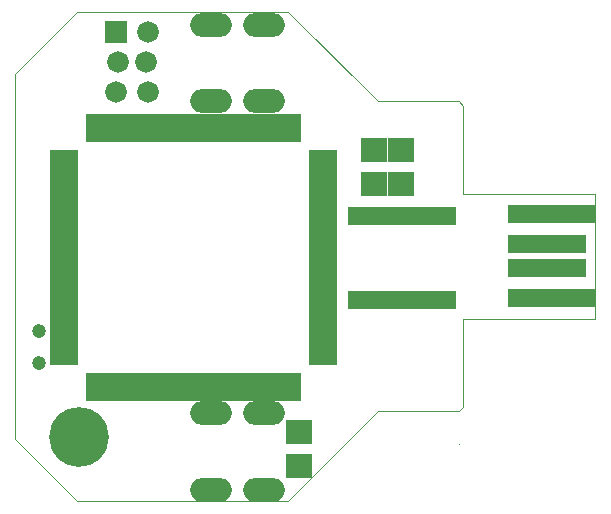
<source format=gts>
G04 (created by PCBNEW-RS274X (2010-03-14)-final) date Fri 09 Nov 2012 11:02:30 AM EST*
G01*
G70*
G90*
%MOIN*%
G04 Gerber Fmt 3.4, Leading zero omitted, Abs format*
%FSLAX34Y34*%
G04 APERTURE LIST*
%ADD10C,0.006000*%
%ADD11C,0.001000*%
%ADD12R,0.090900X0.082900*%
%ADD13R,0.027000X0.092000*%
%ADD14R,0.092000X0.027000*%
%ADD15R,0.028000X0.062000*%
%ADD16O,0.138700X0.079300*%
%ADD17R,0.260000X0.059500*%
%ADD18R,0.295000X0.059500*%
%ADD19C,0.199500*%
%ADD20R,0.072000X0.072000*%
%ADD21C,0.072000*%
%ADD22C,0.047000*%
G04 APERTURE END LIST*
G54D10*
G54D11*
X59035Y-37118D02*
X59035Y-34165D01*
X46153Y-23929D02*
X50299Y-23929D01*
X44083Y-38173D02*
X44083Y-26000D01*
X44083Y-38174D02*
X44083Y-38173D01*
X46153Y-40244D02*
X44083Y-38174D01*
X47543Y-40244D02*
X46153Y-40244D01*
X44083Y-25999D02*
X44083Y-26000D01*
X46153Y-23929D02*
X44083Y-25999D01*
X53209Y-40244D02*
X47543Y-40244D01*
X56201Y-37252D02*
X53209Y-40244D01*
X58898Y-37252D02*
X56201Y-37252D01*
X58901Y-37252D02*
X58898Y-37252D01*
X59035Y-37118D02*
X58901Y-37252D01*
X58901Y-38346D02*
X58898Y-38346D01*
X58901Y-26921D02*
X58677Y-26921D01*
X59035Y-27055D02*
X58901Y-26921D01*
X59035Y-29260D02*
X59035Y-27055D01*
X59035Y-30016D02*
X59035Y-29260D01*
X59035Y-30016D02*
X59035Y-30020D01*
X56201Y-26921D02*
X58677Y-26921D01*
X53209Y-23929D02*
X56201Y-26921D01*
X50295Y-23929D02*
X53209Y-23929D01*
X59370Y-34165D02*
X59035Y-34165D01*
X63437Y-30016D02*
X59035Y-30016D01*
X63437Y-34165D02*
X59370Y-34165D01*
X63437Y-30016D02*
X63437Y-34165D01*
G54D12*
X56953Y-28543D03*
X56953Y-29661D03*
X56051Y-28543D03*
X56051Y-29661D03*
X53547Y-37945D03*
X53547Y-39063D03*
G54D13*
X53502Y-27797D03*
X53247Y-27797D03*
X52992Y-27797D03*
X52737Y-27797D03*
X52482Y-27797D03*
X52222Y-27797D03*
X51967Y-27797D03*
X51712Y-27797D03*
X51457Y-27797D03*
X51202Y-27797D03*
X50942Y-27797D03*
X50687Y-27797D03*
X50432Y-27797D03*
X50177Y-27797D03*
X49917Y-27797D03*
X49662Y-27797D03*
X49407Y-27797D03*
X49152Y-27797D03*
X48892Y-27797D03*
X48637Y-27797D03*
X48382Y-27797D03*
X48127Y-27797D03*
X47872Y-27797D03*
X47612Y-27797D03*
X47357Y-27797D03*
X47102Y-27797D03*
X46847Y-27797D03*
X46592Y-27797D03*
G54D14*
X45722Y-28667D03*
X45722Y-28922D03*
X45722Y-29177D03*
X45722Y-29432D03*
X45722Y-29687D03*
X45722Y-29947D03*
X45722Y-30202D03*
X45722Y-30457D03*
X45722Y-30712D03*
X45722Y-30967D03*
X45722Y-31227D03*
X45722Y-31482D03*
X45722Y-31737D03*
X45722Y-31992D03*
X45722Y-32252D03*
X45722Y-32507D03*
X45722Y-32762D03*
X45722Y-33017D03*
X45722Y-33277D03*
X45722Y-33532D03*
X45722Y-33787D03*
X45722Y-34042D03*
X45722Y-34297D03*
X45722Y-34557D03*
X45722Y-34812D03*
X45722Y-35067D03*
X45722Y-35322D03*
X45722Y-35577D03*
G54D13*
X46592Y-36447D03*
X46847Y-36447D03*
X47102Y-36447D03*
X47357Y-36447D03*
X47612Y-36447D03*
X47872Y-36447D03*
X48127Y-36447D03*
X48382Y-36447D03*
X48637Y-36447D03*
X48892Y-36447D03*
X49152Y-36447D03*
X49407Y-36447D03*
X49662Y-36447D03*
X49917Y-36447D03*
X50177Y-36447D03*
X50432Y-36447D03*
X50687Y-36447D03*
X50942Y-36447D03*
X51202Y-36447D03*
X51457Y-36447D03*
X51712Y-36447D03*
X51967Y-36447D03*
X52222Y-36447D03*
X52482Y-36447D03*
X52737Y-36447D03*
X52992Y-36447D03*
X53247Y-36447D03*
X53502Y-36447D03*
G54D14*
X54372Y-35577D03*
X54372Y-35322D03*
X54372Y-35067D03*
X54372Y-34812D03*
X54372Y-34557D03*
X54372Y-34297D03*
X54372Y-34042D03*
X54372Y-33787D03*
X54372Y-33532D03*
X54372Y-33277D03*
X54372Y-33017D03*
X54372Y-32762D03*
X54372Y-32507D03*
X54372Y-32252D03*
X54372Y-31992D03*
X54372Y-31737D03*
X54372Y-31482D03*
X54372Y-31227D03*
X54372Y-30967D03*
X54372Y-30712D03*
X54372Y-30457D03*
X54372Y-30202D03*
X54372Y-29947D03*
X54372Y-29687D03*
X54372Y-29432D03*
X54372Y-29177D03*
X54372Y-28922D03*
X54372Y-28667D03*
G54D15*
X55318Y-33534D03*
X55568Y-33534D03*
X55828Y-33534D03*
X56088Y-33534D03*
X56338Y-33534D03*
X56598Y-33534D03*
X56858Y-33534D03*
X57108Y-33534D03*
X57368Y-33534D03*
X57618Y-33534D03*
X57878Y-33534D03*
X58138Y-33534D03*
X58388Y-33534D03*
X58648Y-33534D03*
X58648Y-30734D03*
X58388Y-30734D03*
X58148Y-30734D03*
X57878Y-30734D03*
X57618Y-30734D03*
X57368Y-30734D03*
X57108Y-30734D03*
X56858Y-30734D03*
X56598Y-30734D03*
X56338Y-30734D03*
X56088Y-30734D03*
X55828Y-30734D03*
X55568Y-30734D03*
X55318Y-30734D03*
G54D16*
X50631Y-26917D03*
X50631Y-24359D03*
X52401Y-26917D03*
X52401Y-24359D03*
X50631Y-39866D03*
X50631Y-37308D03*
X52401Y-39866D03*
X52401Y-37308D03*
G54D17*
X61831Y-31671D03*
X61831Y-32471D03*
G54D18*
X62006Y-30671D03*
X62006Y-33471D03*
G54D19*
X46224Y-38114D03*
G54D20*
X47471Y-24618D03*
G54D21*
X48521Y-24618D03*
X47521Y-25618D03*
X48471Y-25618D03*
X47471Y-26618D03*
X48521Y-26618D03*
G54D22*
X44878Y-35630D03*
X44890Y-34559D03*
M02*

</source>
